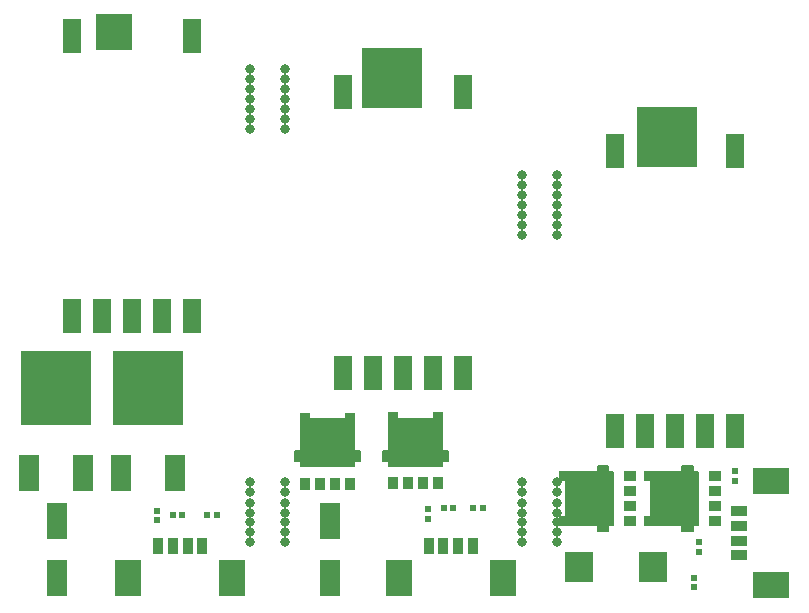
<source format=gbr>
%FSDAX33Y33*%
%MOMM*%
%SFA1.000B1.000*%

%MIA0B0*%
%IPPOS*%
%ADD152R,0.59991X0.59991*%
%ADD153R,1.69998X3.10003*%
%ADD154R,5.89987X6.29992*%
%ADD155R,0.89988X1.40001*%
%ADD156R,2.20011X3.10003*%
%ADD157R,1.50008X2.85010*%
%ADD158R,0.85010X1.10004*%
%ADD159R,5.10003X5.10003*%
%ADD160R,1.40001X0.89988*%
%ADD161R,3.10003X2.20011*%
%ADD162R,1.10004X0.85010*%
%ADD163R,3.10003X3.10003*%
%ADD164R,2.47011X2.53006*%
%ADD165C,0.15008*%
%ADD166C,0.50100*%
%ADD167C,0.70100*%
%ADD240C,0.80100*%
%LNCM*%
%LPD*%
G54D152*
X030838Y006900D03*
X030838Y007700D03*
X035938Y007310D03*
X035138Y007310D03*
X032988Y007300D03*
X032188Y007300D03*
X053819Y007003D03*
X053819Y007803D03*
X055944Y007898D03*
X055144Y007898D03*
X058441Y007893D03*
X057641Y007893D03*
X076338Y002000D03*
X076338Y001200D03*
X076788Y004200D03*
X076788Y005000D03*
X079833Y011018D03*
X079833Y010218D03*
G54D153*
X032423Y010920D03*
X027853Y010920D03*
X024633Y010920D03*
X020063Y010920D03*
X022438Y006850D03*
X022438Y001950D03*
X045538Y006850D03*
X045538Y001950D03*
G54D154*
X030138Y018100D03*
X022348Y018100D03*
G54D155*
X030963Y004700D03*
X032213Y004700D03*
X033463Y004700D03*
X034713Y004700D03*
X053881Y004703D03*
X055131Y004703D03*
X056381Y004703D03*
X057631Y004703D03*
G54D156*
X037263Y001975D03*
X028413Y001975D03*
X060181Y001978D03*
X051331Y001978D03*
G54D157*
X023678Y024140D03*
X026218Y024140D03*
X028758Y024140D03*
X031298Y024140D03*
X033838Y024140D03*
X033838Y047890D03*
X023678Y047890D03*
X046653Y019375D03*
X049193Y019375D03*
X051733Y019375D03*
X054273Y019375D03*
X056813Y019375D03*
X056813Y043125D03*
X046653Y043125D03*
X069678Y014420D03*
X072218Y014420D03*
X074758Y014420D03*
X077298Y014420D03*
X079838Y014420D03*
X079838Y038170D03*
X069678Y038170D03*
G54D158*
X043399Y009978D03*
X044669Y009978D03*
X045939Y009978D03*
X047209Y009978D03*
X047209Y015473D03*
X043399Y015473D03*
X050863Y010005D03*
X052133Y010005D03*
X053403Y010005D03*
X054673Y010005D03*
X054673Y015500D03*
X050863Y015500D03*
G54D159*
X050738Y044300D03*
X074028Y039300D03*
G54D160*
X080148Y003915D03*
X080148Y005165D03*
X080148Y006415D03*
X080148Y007665D03*
G54D161*
X082873Y010215D03*
X082873Y001365D03*
G54D162*
X070943Y006835D03*
X070943Y008105D03*
X070943Y009375D03*
X070943Y010645D03*
X065448Y010645D03*
X065448Y006835D03*
X078133Y006805D03*
X078133Y008075D03*
X078133Y009345D03*
X078133Y010615D03*
X072638Y010615D03*
X072638Y006805D03*
G54D163*
X027238Y048190D03*
G54D164*
X066598Y002900D03*
X072838Y002900D03*
G54D166*
X041738Y042530D03*
X038738Y042530D03*
X041738Y043380D03*
X038738Y043380D03*
X041738Y041700D03*
X038738Y041700D03*
X041738Y040850D03*
X038738Y040850D03*
X041738Y040000D03*
X038738Y040000D03*
X041738Y044230D03*
X038738Y044230D03*
X041738Y045080D03*
X038738Y045080D03*
X041738Y007530D03*
X038738Y007530D03*
X041738Y008380D03*
X038738Y008380D03*
X041738Y006700D03*
X038738Y006700D03*
X041738Y005850D03*
X038738Y005850D03*
X041738Y005000D03*
X038738Y005000D03*
X041738Y009230D03*
X038738Y009230D03*
X041738Y010080D03*
X038738Y010080D03*
X064738Y007530D03*
X061738Y007530D03*
X064738Y008380D03*
X061738Y008380D03*
X064738Y006700D03*
X061738Y006700D03*
X064738Y005850D03*
X061738Y005850D03*
X064738Y005000D03*
X061738Y005000D03*
X064738Y009230D03*
X061738Y009230D03*
X064738Y010080D03*
X061738Y010080D03*
X064738Y033530D03*
X061738Y033530D03*
X064738Y034380D03*
X061738Y034380D03*
X064738Y032700D03*
X061738Y032700D03*
X064738Y031850D03*
X061738Y031850D03*
X064738Y031000D03*
X061738Y031000D03*
X064738Y035230D03*
X061738Y035230D03*
X064738Y036080D03*
X061738Y036080D03*
G54D167*
X041738Y042530D03*
X038738Y042530D03*
X041738Y043380D03*
X038738Y043380D03*
X041738Y041700D03*
X038738Y041700D03*
X041738Y040850D03*
X038738Y040850D03*
X041738Y040000D03*
X038738Y040000D03*
X041738Y044230D03*
X038738Y044230D03*
X041738Y045080D03*
X038738Y045080D03*
X041738Y007530D03*
X038738Y007530D03*
X041738Y008380D03*
X038738Y008380D03*
X041738Y006700D03*
X038738Y006700D03*
X041738Y005850D03*
X038738Y005850D03*
X041738Y005000D03*
X038738Y005000D03*
X041738Y009230D03*
X038738Y009230D03*
X041738Y010080D03*
X038738Y010080D03*
X064738Y007530D03*
X061738Y007530D03*
X064738Y008380D03*
X061738Y008380D03*
X064738Y006700D03*
X061738Y006700D03*
X064738Y005850D03*
X061738Y005850D03*
X064738Y005000D03*
X061738Y005000D03*
X064738Y009230D03*
X061738Y009230D03*
X064738Y010080D03*
X061738Y010080D03*
X064738Y033530D03*
X061738Y033530D03*
X064738Y034380D03*
X061738Y034380D03*
X064738Y032700D03*
X061738Y032700D03*
X064738Y031850D03*
X061738Y031850D03*
X064738Y031000D03*
X061738Y031000D03*
X064738Y035230D03*
X061738Y035230D03*
X064738Y036080D03*
X061738Y036080D03*
G54D240*
X041738Y042530D03*
X038738Y042530D03*
X041738Y043380D03*
X038738Y043380D03*
X041738Y041700D03*
X038738Y041700D03*
X041738Y040850D03*
X038738Y040850D03*
X041738Y040000D03*
X038738Y040000D03*
X041738Y044230D03*
X038738Y044230D03*
X041738Y045080D03*
X038738Y045080D03*
X041738Y007530D03*
X038738Y007530D03*
X041738Y008380D03*
X038738Y008380D03*
X041738Y006700D03*
X038738Y006700D03*
X041738Y005850D03*
X038738Y005850D03*
X041738Y005000D03*
X038738Y005000D03*
X041738Y009230D03*
X038738Y009230D03*
X041738Y010080D03*
X038738Y010080D03*
X064738Y007530D03*
X061738Y007530D03*
X064738Y008380D03*
X061738Y008380D03*
X064738Y006700D03*
X061738Y006700D03*
X064738Y005850D03*
X061738Y005850D03*
X064738Y005000D03*
X061738Y005000D03*
X064738Y009230D03*
X061738Y009230D03*
X064738Y010080D03*
X061738Y010080D03*
X064738Y033530D03*
X061738Y033530D03*
X064738Y034380D03*
X061738Y034380D03*
X064738Y032700D03*
X061738Y032700D03*
X064738Y031850D03*
X061738Y031850D03*
X064738Y031000D03*
X061738Y031000D03*
X064738Y035230D03*
X061738Y035230D03*
X064738Y036080D03*
X061738Y036080D03*
G54D165*
X047559Y015448D02*
G01X043049Y015448D01*
X043049Y011468D01*
X047559Y011468D01*
X047559Y015448D01*
X043054Y011468D02*
G01X043054Y015448D01*
X043104Y011468D02*
G01X043104Y015448D01*
X043154Y011468D02*
G01X043154Y015448D01*
X043204Y011468D02*
G01X043204Y015448D01*
X043254Y011468D02*
G01X043254Y015448D01*
X043304Y011468D02*
G01X043304Y015448D01*
X043354Y011468D02*
G01X043354Y015448D01*
X043404Y011468D02*
G01X043404Y015448D01*
X043454Y011468D02*
G01X043454Y015448D01*
X043504Y011468D02*
G01X043504Y015448D01*
X043554Y011468D02*
G01X043554Y015448D01*
X043604Y011468D02*
G01X043604Y015448D01*
X043654Y011468D02*
G01X043654Y015448D01*
X043704Y011468D02*
G01X043704Y015448D01*
X043754Y011468D02*
G01X043754Y015448D01*
X043804Y011468D02*
G01X043804Y015448D01*
X043854Y011468D02*
G01X043854Y015448D01*
X043904Y011468D02*
G01X043904Y015448D01*
X043954Y011468D02*
G01X043954Y015448D01*
X044004Y011468D02*
G01X044004Y015448D01*
X044054Y011468D02*
G01X044054Y015448D01*
X044104Y011468D02*
G01X044104Y015448D01*
X044154Y011468D02*
G01X044154Y015448D01*
X044204Y011468D02*
G01X044204Y015448D01*
X044254Y011468D02*
G01X044254Y015448D01*
X044304Y011468D02*
G01X044304Y015448D01*
X044354Y011468D02*
G01X044354Y015448D01*
X044404Y011468D02*
G01X044404Y015448D01*
X044454Y011468D02*
G01X044454Y015448D01*
X044504Y011468D02*
G01X044504Y015448D01*
X044554Y011468D02*
G01X044554Y015448D01*
X044604Y011468D02*
G01X044604Y015448D01*
X044654Y011468D02*
G01X044654Y015448D01*
X044704Y011468D02*
G01X044704Y015448D01*
X044754Y011468D02*
G01X044754Y015448D01*
X044804Y011468D02*
G01X044804Y015448D01*
X044854Y011468D02*
G01X044854Y015448D01*
X044904Y011468D02*
G01X044904Y015448D01*
X044954Y011468D02*
G01X044954Y015448D01*
X045004Y011468D02*
G01X045004Y015448D01*
X045054Y011468D02*
G01X045054Y015448D01*
X045104Y011468D02*
G01X045104Y015448D01*
X045154Y011468D02*
G01X045154Y015448D01*
X045204Y011468D02*
G01X045204Y015448D01*
X045254Y011468D02*
G01X045254Y015448D01*
X045304Y011468D02*
G01X045304Y015448D01*
X045354Y011468D02*
G01X045354Y015448D01*
X045404Y011468D02*
G01X045404Y015448D01*
X045454Y011468D02*
G01X045454Y015448D01*
X045504Y011468D02*
G01X045504Y015448D01*
X045554Y011468D02*
G01X045554Y015448D01*
X045604Y011468D02*
G01X045604Y015448D01*
X045654Y011468D02*
G01X045654Y015448D01*
X045704Y011468D02*
G01X045704Y015448D01*
X045754Y011468D02*
G01X045754Y015448D01*
X045804Y011468D02*
G01X045804Y015448D01*
X045854Y011468D02*
G01X045854Y015448D01*
X045904Y011468D02*
G01X045904Y015448D01*
X045954Y011468D02*
G01X045954Y015448D01*
X046004Y011468D02*
G01X046004Y015448D01*
X046054Y011468D02*
G01X046054Y015448D01*
X046104Y011468D02*
G01X046104Y015448D01*
X046154Y011468D02*
G01X046154Y015448D01*
X046204Y011468D02*
G01X046204Y015448D01*
X046254Y011468D02*
G01X046254Y015448D01*
X046304Y011468D02*
G01X046304Y015448D01*
X046354Y011468D02*
G01X046354Y015448D01*
X046404Y011468D02*
G01X046404Y015448D01*
X046454Y011468D02*
G01X046454Y015448D01*
X046504Y011468D02*
G01X046504Y015448D01*
X046554Y011468D02*
G01X046554Y015448D01*
X046604Y011468D02*
G01X046604Y015448D01*
X046654Y011468D02*
G01X046654Y015448D01*
X046704Y011468D02*
G01X046704Y015448D01*
X046754Y011468D02*
G01X046754Y015448D01*
X046804Y011468D02*
G01X046804Y015448D01*
X046854Y011468D02*
G01X046854Y015448D01*
X046904Y011468D02*
G01X046904Y015448D01*
X046954Y011468D02*
G01X046954Y015448D01*
X047004Y011468D02*
G01X047004Y015448D01*
X047054Y011468D02*
G01X047054Y015448D01*
X047104Y011468D02*
G01X047104Y015448D01*
X047154Y011468D02*
G01X047154Y015448D01*
X047204Y011468D02*
G01X047204Y015448D01*
X047254Y011468D02*
G01X047254Y015448D01*
X047304Y011468D02*
G01X047304Y015448D01*
X047354Y011468D02*
G01X047354Y015448D01*
X047404Y011468D02*
G01X047404Y015448D01*
X047454Y011468D02*
G01X047454Y015448D01*
X047504Y011468D02*
G01X047504Y015448D01*
X047554Y011468D02*
G01X047554Y015448D01*
X048054Y012748D02*
G01X042554Y012748D01*
X042554Y011893D01*
X048054Y011893D01*
X048054Y012748D01*
X042554Y011893D02*
G01X042554Y012748D01*
X042604Y011893D02*
G01X042604Y012748D01*
X042654Y011893D02*
G01X042654Y012748D01*
X042704Y011893D02*
G01X042704Y012748D01*
X042754Y011893D02*
G01X042754Y012748D01*
X042804Y011893D02*
G01X042804Y012748D01*
X042854Y011893D02*
G01X042854Y012748D01*
X042904Y011893D02*
G01X042904Y012748D01*
X042954Y011893D02*
G01X042954Y012748D01*
X043004Y011893D02*
G01X043004Y012748D01*
X043054Y011893D02*
G01X043054Y012748D01*
X043104Y011893D02*
G01X043104Y012748D01*
X043154Y011893D02*
G01X043154Y012748D01*
X043204Y011893D02*
G01X043204Y012748D01*
X043254Y011893D02*
G01X043254Y012748D01*
X043304Y011893D02*
G01X043304Y012748D01*
X043354Y011893D02*
G01X043354Y012748D01*
X043404Y011893D02*
G01X043404Y012748D01*
X043454Y011893D02*
G01X043454Y012748D01*
X043504Y011893D02*
G01X043504Y012748D01*
X043554Y011893D02*
G01X043554Y012748D01*
X043604Y011893D02*
G01X043604Y012748D01*
X043654Y011893D02*
G01X043654Y012748D01*
X043704Y011893D02*
G01X043704Y012748D01*
X043754Y011893D02*
G01X043754Y012748D01*
X043804Y011893D02*
G01X043804Y012748D01*
X043854Y011893D02*
G01X043854Y012748D01*
X043904Y011893D02*
G01X043904Y012748D01*
X043954Y011893D02*
G01X043954Y012748D01*
X044004Y011893D02*
G01X044004Y012748D01*
X044054Y011893D02*
G01X044054Y012748D01*
X044104Y011893D02*
G01X044104Y012748D01*
X044154Y011893D02*
G01X044154Y012748D01*
X044204Y011893D02*
G01X044204Y012748D01*
X044254Y011893D02*
G01X044254Y012748D01*
X044304Y011893D02*
G01X044304Y012748D01*
X044354Y011893D02*
G01X044354Y012748D01*
X044404Y011893D02*
G01X044404Y012748D01*
X044454Y011893D02*
G01X044454Y012748D01*
X044504Y011893D02*
G01X044504Y012748D01*
X044554Y011893D02*
G01X044554Y012748D01*
X044604Y011893D02*
G01X044604Y012748D01*
X044654Y011893D02*
G01X044654Y012748D01*
X044704Y011893D02*
G01X044704Y012748D01*
X044754Y011893D02*
G01X044754Y012748D01*
X044804Y011893D02*
G01X044804Y012748D01*
X044854Y011893D02*
G01X044854Y012748D01*
X044904Y011893D02*
G01X044904Y012748D01*
X044954Y011893D02*
G01X044954Y012748D01*
X045004Y011893D02*
G01X045004Y012748D01*
X045054Y011893D02*
G01X045054Y012748D01*
X045104Y011893D02*
G01X045104Y012748D01*
X045154Y011893D02*
G01X045154Y012748D01*
X045204Y011893D02*
G01X045204Y012748D01*
X045254Y011893D02*
G01X045254Y012748D01*
X045304Y011893D02*
G01X045304Y012748D01*
X045354Y011893D02*
G01X045354Y012748D01*
X045404Y011893D02*
G01X045404Y012748D01*
X045454Y011893D02*
G01X045454Y012748D01*
X045504Y011893D02*
G01X045504Y012748D01*
X045554Y011893D02*
G01X045554Y012748D01*
X045604Y011893D02*
G01X045604Y012748D01*
X045654Y011893D02*
G01X045654Y012748D01*
X045704Y011893D02*
G01X045704Y012748D01*
X045754Y011893D02*
G01X045754Y012748D01*
X045804Y011893D02*
G01X045804Y012748D01*
X045854Y011893D02*
G01X045854Y012748D01*
X045904Y011893D02*
G01X045904Y012748D01*
X045954Y011893D02*
G01X045954Y012748D01*
X046004Y011893D02*
G01X046004Y012748D01*
X046054Y011893D02*
G01X046054Y012748D01*
X046104Y011893D02*
G01X046104Y012748D01*
X046154Y011893D02*
G01X046154Y012748D01*
X046204Y011893D02*
G01X046204Y012748D01*
X046254Y011893D02*
G01X046254Y012748D01*
X046304Y011893D02*
G01X046304Y012748D01*
X046354Y011893D02*
G01X046354Y012748D01*
X046404Y011893D02*
G01X046404Y012748D01*
X046454Y011893D02*
G01X046454Y012748D01*
X046504Y011893D02*
G01X046504Y012748D01*
X046554Y011893D02*
G01X046554Y012748D01*
X046604Y011893D02*
G01X046604Y012748D01*
X046654Y011893D02*
G01X046654Y012748D01*
X046704Y011893D02*
G01X046704Y012748D01*
X046754Y011893D02*
G01X046754Y012748D01*
X046804Y011893D02*
G01X046804Y012748D01*
X046854Y011893D02*
G01X046854Y012748D01*
X046904Y011893D02*
G01X046904Y012748D01*
X046954Y011893D02*
G01X046954Y012748D01*
X047004Y011893D02*
G01X047004Y012748D01*
X047054Y011893D02*
G01X047054Y012748D01*
X047104Y011893D02*
G01X047104Y012748D01*
X047154Y011893D02*
G01X047154Y012748D01*
X047204Y011893D02*
G01X047204Y012748D01*
X047254Y011893D02*
G01X047254Y012748D01*
X047304Y011893D02*
G01X047304Y012748D01*
X047354Y011893D02*
G01X047354Y012748D01*
X047404Y011893D02*
G01X047404Y012748D01*
X047454Y011893D02*
G01X047454Y012748D01*
X047504Y011893D02*
G01X047504Y012748D01*
X047554Y011893D02*
G01X047554Y012748D01*
X047604Y011893D02*
G01X047604Y012748D01*
X047654Y011893D02*
G01X047654Y012748D01*
X047704Y011893D02*
G01X047704Y012748D01*
X047754Y011893D02*
G01X047754Y012748D01*
X047804Y011893D02*
G01X047804Y012748D01*
X047854Y011893D02*
G01X047854Y012748D01*
X047904Y011893D02*
G01X047904Y012748D01*
X047954Y011893D02*
G01X047954Y012748D01*
X048004Y011893D02*
G01X048004Y012748D01*
X055023Y015475D02*
G01X050513Y015475D01*
X050513Y011495D01*
X055023Y011495D01*
X055023Y015475D01*
X050518Y011495D02*
G01X050518Y015475D01*
X050568Y011495D02*
G01X050568Y015475D01*
X050618Y011495D02*
G01X050618Y015475D01*
X050668Y011495D02*
G01X050668Y015475D01*
X050718Y011495D02*
G01X050718Y015475D01*
X050768Y011495D02*
G01X050768Y015475D01*
X050818Y011495D02*
G01X050818Y015475D01*
X050868Y011495D02*
G01X050868Y015475D01*
X050918Y011495D02*
G01X050918Y015475D01*
X050968Y011495D02*
G01X050968Y015475D01*
X051018Y011495D02*
G01X051018Y015475D01*
X051068Y011495D02*
G01X051068Y015475D01*
X051118Y011495D02*
G01X051118Y015475D01*
X051168Y011495D02*
G01X051168Y015475D01*
X051218Y011495D02*
G01X051218Y015475D01*
X051268Y011495D02*
G01X051268Y015475D01*
X051318Y011495D02*
G01X051318Y015475D01*
X051368Y011495D02*
G01X051368Y015475D01*
X051418Y011495D02*
G01X051418Y015475D01*
X051468Y011495D02*
G01X051468Y015475D01*
X051518Y011495D02*
G01X051518Y015475D01*
X051568Y011495D02*
G01X051568Y015475D01*
X051618Y011495D02*
G01X051618Y015475D01*
X051668Y011495D02*
G01X051668Y015475D01*
X051718Y011495D02*
G01X051718Y015475D01*
X051768Y011495D02*
G01X051768Y015475D01*
X051818Y011495D02*
G01X051818Y015475D01*
X051868Y011495D02*
G01X051868Y015475D01*
X051918Y011495D02*
G01X051918Y015475D01*
X051968Y011495D02*
G01X051968Y015475D01*
X052018Y011495D02*
G01X052018Y015475D01*
X052068Y011495D02*
G01X052068Y015475D01*
X052118Y011495D02*
G01X052118Y015475D01*
X052168Y011495D02*
G01X052168Y015475D01*
X052218Y011495D02*
G01X052218Y015475D01*
X052268Y011495D02*
G01X052268Y015475D01*
X052318Y011495D02*
G01X052318Y015475D01*
X052368Y011495D02*
G01X052368Y015475D01*
X052418Y011495D02*
G01X052418Y015475D01*
X052468Y011495D02*
G01X052468Y015475D01*
X052518Y011495D02*
G01X052518Y015475D01*
X052568Y011495D02*
G01X052568Y015475D01*
X052618Y011495D02*
G01X052618Y015475D01*
X052668Y011495D02*
G01X052668Y015475D01*
X052718Y011495D02*
G01X052718Y015475D01*
X052768Y011495D02*
G01X052768Y015475D01*
X052818Y011495D02*
G01X052818Y015475D01*
X052868Y011495D02*
G01X052868Y015475D01*
X052918Y011495D02*
G01X052918Y015475D01*
X052968Y011495D02*
G01X052968Y015475D01*
X053018Y011495D02*
G01X053018Y015475D01*
X053068Y011495D02*
G01X053068Y015475D01*
X053118Y011495D02*
G01X053118Y015475D01*
X053168Y011495D02*
G01X053168Y015475D01*
X053218Y011495D02*
G01X053218Y015475D01*
X053268Y011495D02*
G01X053268Y015475D01*
X053318Y011495D02*
G01X053318Y015475D01*
X053368Y011495D02*
G01X053368Y015475D01*
X053418Y011495D02*
G01X053418Y015475D01*
X053468Y011495D02*
G01X053468Y015475D01*
X053518Y011495D02*
G01X053518Y015475D01*
X053568Y011495D02*
G01X053568Y015475D01*
X053618Y011495D02*
G01X053618Y015475D01*
X053668Y011495D02*
G01X053668Y015475D01*
X053718Y011495D02*
G01X053718Y015475D01*
X053768Y011495D02*
G01X053768Y015475D01*
X053818Y011495D02*
G01X053818Y015475D01*
X053868Y011495D02*
G01X053868Y015475D01*
X053918Y011495D02*
G01X053918Y015475D01*
X053968Y011495D02*
G01X053968Y015475D01*
X054018Y011495D02*
G01X054018Y015475D01*
X054068Y011495D02*
G01X054068Y015475D01*
X054118Y011495D02*
G01X054118Y015475D01*
X054168Y011495D02*
G01X054168Y015475D01*
X054218Y011495D02*
G01X054218Y015475D01*
X054268Y011495D02*
G01X054268Y015475D01*
X054318Y011495D02*
G01X054318Y015475D01*
X054368Y011495D02*
G01X054368Y015475D01*
X054418Y011495D02*
G01X054418Y015475D01*
X054468Y011495D02*
G01X054468Y015475D01*
X054518Y011495D02*
G01X054518Y015475D01*
X054568Y011495D02*
G01X054568Y015475D01*
X054618Y011495D02*
G01X054618Y015475D01*
X054668Y011495D02*
G01X054668Y015475D01*
X054718Y011495D02*
G01X054718Y015475D01*
X054768Y011495D02*
G01X054768Y015475D01*
X054818Y011495D02*
G01X054818Y015475D01*
X054868Y011495D02*
G01X054868Y015475D01*
X054918Y011495D02*
G01X054918Y015475D01*
X054968Y011495D02*
G01X054968Y015475D01*
X055018Y011495D02*
G01X055018Y015475D01*
X055518Y012775D02*
G01X050018Y012775D01*
X050018Y011920D01*
X055518Y011920D01*
X055518Y012775D01*
X050018Y011920D02*
G01X050018Y012775D01*
X050068Y011920D02*
G01X050068Y012775D01*
X050118Y011920D02*
G01X050118Y012775D01*
X050168Y011920D02*
G01X050168Y012775D01*
X050218Y011920D02*
G01X050218Y012775D01*
X050268Y011920D02*
G01X050268Y012775D01*
X050318Y011920D02*
G01X050318Y012775D01*
X050368Y011920D02*
G01X050368Y012775D01*
X050418Y011920D02*
G01X050418Y012775D01*
X050468Y011920D02*
G01X050468Y012775D01*
X050518Y011920D02*
G01X050518Y012775D01*
X050568Y011920D02*
G01X050568Y012775D01*
X050618Y011920D02*
G01X050618Y012775D01*
X050668Y011920D02*
G01X050668Y012775D01*
X050718Y011920D02*
G01X050718Y012775D01*
X050768Y011920D02*
G01X050768Y012775D01*
X050818Y011920D02*
G01X050818Y012775D01*
X050868Y011920D02*
G01X050868Y012775D01*
X050918Y011920D02*
G01X050918Y012775D01*
X050968Y011920D02*
G01X050968Y012775D01*
X051018Y011920D02*
G01X051018Y012775D01*
X051068Y011920D02*
G01X051068Y012775D01*
X051118Y011920D02*
G01X051118Y012775D01*
X051168Y011920D02*
G01X051168Y012775D01*
X051218Y011920D02*
G01X051218Y012775D01*
X051268Y011920D02*
G01X051268Y012775D01*
X051318Y011920D02*
G01X051318Y012775D01*
X051368Y011920D02*
G01X051368Y012775D01*
X051418Y011920D02*
G01X051418Y012775D01*
X051468Y011920D02*
G01X051468Y012775D01*
X051518Y011920D02*
G01X051518Y012775D01*
X051568Y011920D02*
G01X051568Y012775D01*
X051618Y011920D02*
G01X051618Y012775D01*
X051668Y011920D02*
G01X051668Y012775D01*
X051718Y011920D02*
G01X051718Y012775D01*
X051768Y011920D02*
G01X051768Y012775D01*
X051818Y011920D02*
G01X051818Y012775D01*
X051868Y011920D02*
G01X051868Y012775D01*
X051918Y011920D02*
G01X051918Y012775D01*
X051968Y011920D02*
G01X051968Y012775D01*
X052018Y011920D02*
G01X052018Y012775D01*
X052068Y011920D02*
G01X052068Y012775D01*
X052118Y011920D02*
G01X052118Y012775D01*
X052168Y011920D02*
G01X052168Y012775D01*
X052218Y011920D02*
G01X052218Y012775D01*
X052268Y011920D02*
G01X052268Y012775D01*
X052318Y011920D02*
G01X052318Y012775D01*
X052368Y011920D02*
G01X052368Y012775D01*
X052418Y011920D02*
G01X052418Y012775D01*
X052468Y011920D02*
G01X052468Y012775D01*
X052518Y011920D02*
G01X052518Y012775D01*
X052568Y011920D02*
G01X052568Y012775D01*
X052618Y011920D02*
G01X052618Y012775D01*
X052668Y011920D02*
G01X052668Y012775D01*
X052718Y011920D02*
G01X052718Y012775D01*
X052768Y011920D02*
G01X052768Y012775D01*
X052818Y011920D02*
G01X052818Y012775D01*
X052868Y011920D02*
G01X052868Y012775D01*
X052918Y011920D02*
G01X052918Y012775D01*
X052968Y011920D02*
G01X052968Y012775D01*
X053018Y011920D02*
G01X053018Y012775D01*
X053068Y011920D02*
G01X053068Y012775D01*
X053118Y011920D02*
G01X053118Y012775D01*
X053168Y011920D02*
G01X053168Y012775D01*
X053218Y011920D02*
G01X053218Y012775D01*
X053268Y011920D02*
G01X053268Y012775D01*
X053318Y011920D02*
G01X053318Y012775D01*
X053368Y011920D02*
G01X053368Y012775D01*
X053418Y011920D02*
G01X053418Y012775D01*
X053468Y011920D02*
G01X053468Y012775D01*
X053518Y011920D02*
G01X053518Y012775D01*
X053568Y011920D02*
G01X053568Y012775D01*
X053618Y011920D02*
G01X053618Y012775D01*
X053668Y011920D02*
G01X053668Y012775D01*
X053718Y011920D02*
G01X053718Y012775D01*
X053768Y011920D02*
G01X053768Y012775D01*
X053818Y011920D02*
G01X053818Y012775D01*
X053868Y011920D02*
G01X053868Y012775D01*
X053918Y011920D02*
G01X053918Y012775D01*
X053968Y011920D02*
G01X053968Y012775D01*
X054018Y011920D02*
G01X054018Y012775D01*
X054068Y011920D02*
G01X054068Y012775D01*
X054118Y011920D02*
G01X054118Y012775D01*
X054168Y011920D02*
G01X054168Y012775D01*
X054218Y011920D02*
G01X054218Y012775D01*
X054268Y011920D02*
G01X054268Y012775D01*
X054318Y011920D02*
G01X054318Y012775D01*
X054368Y011920D02*
G01X054368Y012775D01*
X054418Y011920D02*
G01X054418Y012775D01*
X054468Y011920D02*
G01X054468Y012775D01*
X054518Y011920D02*
G01X054518Y012775D01*
X054568Y011920D02*
G01X054568Y012775D01*
X054618Y011920D02*
G01X054618Y012775D01*
X054668Y011920D02*
G01X054668Y012775D01*
X054718Y011920D02*
G01X054718Y012775D01*
X054768Y011920D02*
G01X054768Y012775D01*
X054818Y011920D02*
G01X054818Y012775D01*
X054868Y011920D02*
G01X054868Y012775D01*
X054918Y011920D02*
G01X054918Y012775D01*
X054968Y011920D02*
G01X054968Y012775D01*
X055018Y011920D02*
G01X055018Y012775D01*
X055068Y011920D02*
G01X055068Y012775D01*
X055118Y011920D02*
G01X055118Y012775D01*
X055168Y011920D02*
G01X055168Y012775D01*
X055218Y011920D02*
G01X055218Y012775D01*
X055268Y011920D02*
G01X055268Y012775D01*
X055318Y011920D02*
G01X055318Y012775D01*
X055368Y011920D02*
G01X055368Y012775D01*
X055418Y011920D02*
G01X055418Y012775D01*
X055468Y011920D02*
G01X055468Y012775D01*
X065473Y010995D02*
G01X065473Y006485D01*
X069453Y006485D01*
X069453Y010995D01*
X065473Y010995D01*
X065498Y006485D02*
G01X065498Y010995D01*
X065548Y006485D02*
G01X065548Y010995D01*
X065598Y006485D02*
G01X065598Y010995D01*
X065648Y006485D02*
G01X065648Y010995D01*
X065698Y006485D02*
G01X065698Y010995D01*
X065748Y006485D02*
G01X065748Y010995D01*
X065798Y006485D02*
G01X065798Y010995D01*
X065848Y006485D02*
G01X065848Y010995D01*
X065898Y006485D02*
G01X065898Y010995D01*
X065948Y006485D02*
G01X065948Y010995D01*
X065998Y006485D02*
G01X065998Y010995D01*
X066048Y006485D02*
G01X066048Y010995D01*
X066098Y006485D02*
G01X066098Y010995D01*
X066148Y006485D02*
G01X066148Y010995D01*
X066198Y006485D02*
G01X066198Y010995D01*
X066248Y006485D02*
G01X066248Y010995D01*
X066298Y006485D02*
G01X066298Y010995D01*
X066348Y006485D02*
G01X066348Y010995D01*
X066398Y006485D02*
G01X066398Y010995D01*
X066448Y006485D02*
G01X066448Y010995D01*
X066498Y006485D02*
G01X066498Y010995D01*
X066548Y006485D02*
G01X066548Y010995D01*
X066598Y006485D02*
G01X066598Y010995D01*
X066648Y006485D02*
G01X066648Y010995D01*
X066698Y006485D02*
G01X066698Y010995D01*
X066748Y006485D02*
G01X066748Y010995D01*
X066798Y006485D02*
G01X066798Y010995D01*
X066848Y006485D02*
G01X066848Y010995D01*
X066898Y006485D02*
G01X066898Y010995D01*
X066948Y006485D02*
G01X066948Y010995D01*
X066998Y006485D02*
G01X066998Y010995D01*
X067048Y006485D02*
G01X067048Y010995D01*
X067098Y006485D02*
G01X067098Y010995D01*
X067148Y006485D02*
G01X067148Y010995D01*
X067198Y006485D02*
G01X067198Y010995D01*
X067248Y006485D02*
G01X067248Y010995D01*
X067298Y006485D02*
G01X067298Y010995D01*
X067348Y006485D02*
G01X067348Y010995D01*
X067398Y006485D02*
G01X067398Y010995D01*
X067448Y006485D02*
G01X067448Y010995D01*
X067498Y006485D02*
G01X067498Y010995D01*
X067548Y006485D02*
G01X067548Y010995D01*
X067598Y006485D02*
G01X067598Y010995D01*
X067648Y006485D02*
G01X067648Y010995D01*
X067698Y006485D02*
G01X067698Y010995D01*
X067748Y006485D02*
G01X067748Y010995D01*
X067798Y006485D02*
G01X067798Y010995D01*
X067848Y006485D02*
G01X067848Y010995D01*
X067898Y006485D02*
G01X067898Y010995D01*
X067948Y006485D02*
G01X067948Y010995D01*
X067998Y006485D02*
G01X067998Y010995D01*
X068048Y006485D02*
G01X068048Y010995D01*
X068098Y006485D02*
G01X068098Y010995D01*
X068148Y006485D02*
G01X068148Y010995D01*
X068198Y006485D02*
G01X068198Y010995D01*
X068248Y006485D02*
G01X068248Y010995D01*
X068298Y006485D02*
G01X068298Y010995D01*
X068348Y006485D02*
G01X068348Y010995D01*
X068398Y006485D02*
G01X068398Y010995D01*
X068448Y006485D02*
G01X068448Y010995D01*
X068498Y006485D02*
G01X068498Y010995D01*
X068548Y006485D02*
G01X068548Y010995D01*
X068598Y006485D02*
G01X068598Y010995D01*
X068648Y006485D02*
G01X068648Y010995D01*
X068698Y006485D02*
G01X068698Y010995D01*
X068748Y006485D02*
G01X068748Y010995D01*
X068798Y006485D02*
G01X068798Y010995D01*
X068848Y006485D02*
G01X068848Y010995D01*
X068898Y006485D02*
G01X068898Y010995D01*
X068948Y006485D02*
G01X068948Y010995D01*
X068998Y006485D02*
G01X068998Y010995D01*
X069048Y006485D02*
G01X069048Y010995D01*
X069098Y006485D02*
G01X069098Y010995D01*
X069148Y006485D02*
G01X069148Y010995D01*
X069198Y006485D02*
G01X069198Y010995D01*
X069248Y006485D02*
G01X069248Y010995D01*
X069298Y006485D02*
G01X069298Y010995D01*
X069348Y006485D02*
G01X069348Y010995D01*
X069398Y006485D02*
G01X069398Y010995D01*
X069448Y006485D02*
G01X069448Y010995D01*
X068173Y011490D02*
G01X068173Y005990D01*
X069028Y005990D01*
X069028Y011490D01*
X068173Y011490D01*
X068198Y005990D02*
G01X068198Y011490D01*
X068248Y005990D02*
G01X068248Y011490D01*
X068298Y005990D02*
G01X068298Y011490D01*
X068348Y005990D02*
G01X068348Y011490D01*
X068398Y005990D02*
G01X068398Y011490D01*
X068448Y005990D02*
G01X068448Y011490D01*
X068498Y005990D02*
G01X068498Y011490D01*
X068548Y005990D02*
G01X068548Y011490D01*
X068598Y005990D02*
G01X068598Y011490D01*
X068648Y005990D02*
G01X068648Y011490D01*
X068698Y005990D02*
G01X068698Y011490D01*
X068748Y005990D02*
G01X068748Y011490D01*
X068798Y005990D02*
G01X068798Y011490D01*
X068848Y005990D02*
G01X068848Y011490D01*
X068898Y005990D02*
G01X068898Y011490D01*
X068948Y005990D02*
G01X068948Y011490D01*
X068998Y005990D02*
G01X068998Y011490D01*
X072663Y010965D02*
G01X072663Y006455D01*
X076643Y006455D01*
X076643Y010965D01*
X072663Y010965D01*
X072688Y006455D02*
G01X072688Y010965D01*
X072738Y006455D02*
G01X072738Y010965D01*
X072788Y006455D02*
G01X072788Y010965D01*
X072838Y006455D02*
G01X072838Y010965D01*
X072888Y006455D02*
G01X072888Y010965D01*
X072938Y006455D02*
G01X072938Y010965D01*
X072988Y006455D02*
G01X072988Y010965D01*
X073038Y006455D02*
G01X073038Y010965D01*
X073088Y006455D02*
G01X073088Y010965D01*
X073138Y006455D02*
G01X073138Y010965D01*
X073188Y006455D02*
G01X073188Y010965D01*
X073238Y006455D02*
G01X073238Y010965D01*
X073288Y006455D02*
G01X073288Y010965D01*
X073338Y006455D02*
G01X073338Y010965D01*
X073388Y006455D02*
G01X073388Y010965D01*
X073438Y006455D02*
G01X073438Y010965D01*
X073488Y006455D02*
G01X073488Y010965D01*
X073538Y006455D02*
G01X073538Y010965D01*
X073588Y006455D02*
G01X073588Y010965D01*
X073638Y006455D02*
G01X073638Y010965D01*
X073688Y006455D02*
G01X073688Y010965D01*
X073738Y006455D02*
G01X073738Y010965D01*
X073788Y006455D02*
G01X073788Y010965D01*
X073838Y006455D02*
G01X073838Y010965D01*
X073888Y006455D02*
G01X073888Y010965D01*
X073938Y006455D02*
G01X073938Y010965D01*
X073988Y006455D02*
G01X073988Y010965D01*
X074038Y006455D02*
G01X074038Y010965D01*
X074088Y006455D02*
G01X074088Y010965D01*
X074138Y006455D02*
G01X074138Y010965D01*
X074188Y006455D02*
G01X074188Y010965D01*
X074238Y006455D02*
G01X074238Y010965D01*
X074288Y006455D02*
G01X074288Y010965D01*
X074338Y006455D02*
G01X074338Y010965D01*
X074388Y006455D02*
G01X074388Y010965D01*
X074438Y006455D02*
G01X074438Y010965D01*
X074488Y006455D02*
G01X074488Y010965D01*
X074538Y006455D02*
G01X074538Y010965D01*
X074588Y006455D02*
G01X074588Y010965D01*
X074638Y006455D02*
G01X074638Y010965D01*
X074688Y006455D02*
G01X074688Y010965D01*
X074738Y006455D02*
G01X074738Y010965D01*
X074788Y006455D02*
G01X074788Y010965D01*
X074838Y006455D02*
G01X074838Y010965D01*
X074888Y006455D02*
G01X074888Y010965D01*
X074938Y006455D02*
G01X074938Y010965D01*
X074988Y006455D02*
G01X074988Y010965D01*
X075038Y006455D02*
G01X075038Y010965D01*
X075088Y006455D02*
G01X075088Y010965D01*
X075138Y006455D02*
G01X075138Y010965D01*
X075188Y006455D02*
G01X075188Y010965D01*
X075238Y006455D02*
G01X075238Y010965D01*
X075288Y006455D02*
G01X075288Y010965D01*
X075338Y006455D02*
G01X075338Y010965D01*
X075388Y006455D02*
G01X075388Y010965D01*
X075438Y006455D02*
G01X075438Y010965D01*
X075488Y006455D02*
G01X075488Y010965D01*
X075538Y006455D02*
G01X075538Y010965D01*
X075588Y006455D02*
G01X075588Y010965D01*
X075638Y006455D02*
G01X075638Y010965D01*
X075688Y006455D02*
G01X075688Y010965D01*
X075738Y006455D02*
G01X075738Y010965D01*
X075788Y006455D02*
G01X075788Y010965D01*
X075838Y006455D02*
G01X075838Y010965D01*
X075888Y006455D02*
G01X075888Y010965D01*
X075938Y006455D02*
G01X075938Y010965D01*
X075988Y006455D02*
G01X075988Y010965D01*
X076038Y006455D02*
G01X076038Y010965D01*
X076088Y006455D02*
G01X076088Y010965D01*
X076138Y006455D02*
G01X076138Y010965D01*
X076188Y006455D02*
G01X076188Y010965D01*
X076238Y006455D02*
G01X076238Y010965D01*
X076288Y006455D02*
G01X076288Y010965D01*
X076338Y006455D02*
G01X076338Y010965D01*
X076388Y006455D02*
G01X076388Y010965D01*
X076438Y006455D02*
G01X076438Y010965D01*
X076488Y006455D02*
G01X076488Y010965D01*
X076538Y006455D02*
G01X076538Y010965D01*
X076588Y006455D02*
G01X076588Y010965D01*
X076638Y006455D02*
G01X076638Y010965D01*
X075363Y011460D02*
G01X075363Y005960D01*
X076218Y005960D01*
X076218Y011460D01*
X075363Y011460D01*
X075388Y005960D02*
G01X075388Y011460D01*
X075438Y005960D02*
G01X075438Y011460D01*
X075488Y005960D02*
G01X075488Y011460D01*
X075538Y005960D02*
G01X075538Y011460D01*
X075588Y005960D02*
G01X075588Y011460D01*
X075638Y005960D02*
G01X075638Y011460D01*
X075688Y005960D02*
G01X075688Y011460D01*
X075738Y005960D02*
G01X075738Y011460D01*
X075788Y005960D02*
G01X075788Y011460D01*
X075838Y005960D02*
G01X075838Y011460D01*
X075888Y005960D02*
G01X075888Y011460D01*
X075938Y005960D02*
G01X075938Y011460D01*
X075988Y005960D02*
G01X075988Y011460D01*
X076038Y005960D02*
G01X076038Y011460D01*
X076088Y005960D02*
G01X076088Y011460D01*
X076138Y005960D02*
G01X076138Y011460D01*
X076188Y005960D02*
G01X076188Y011460D01*
M02*

</source>
